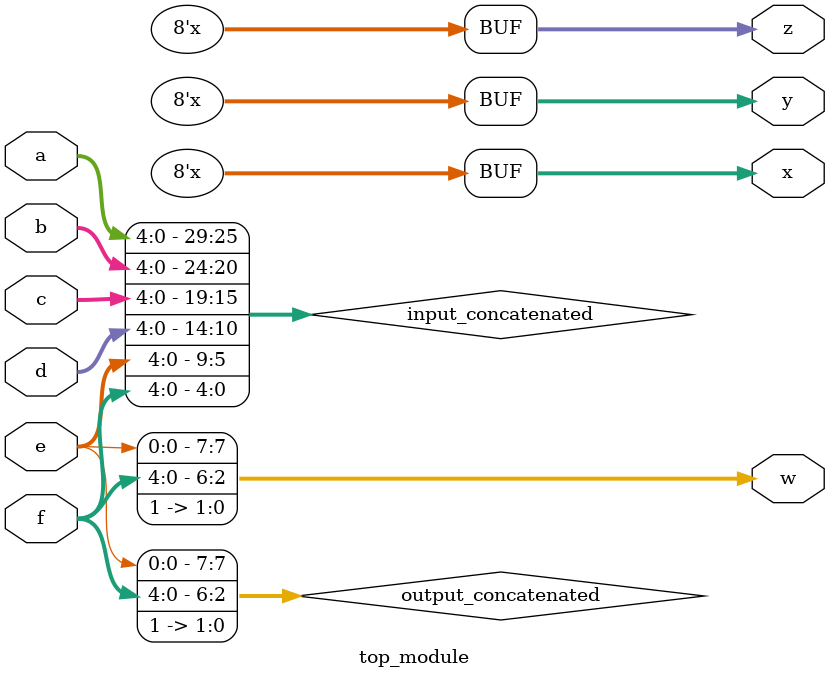
<source format=sv>
module top_module (
    input [4:0] a,
    input [4:0] b,
    input [4:0] c,
    input [4:0] d,
    input [4:0] e,
    input [4:0] f,
    output [7:0] w,
    output [7:0] x,
    output [7:0] y,
    output [7:0] z
);
    reg [29:0] input_concatenated;
    reg [7:0] output_concatenated;
    
    always @(*) begin
        // concatenate the input vectors
        input_concatenated = {a, b, c, d, e, f};
        
        // concatenate the input vectors with the two 1 bits
        output_concatenated = {input_concatenated, 2'b11};
        
        // split the concatenated output into individual output vectors
        w = output_concatenated[0:7];
        x = output_concatenated[8:15];
        y = output_concatenated[16:23];
        z = output_concatenated[24:31];
    end
    
endmodule

</source>
